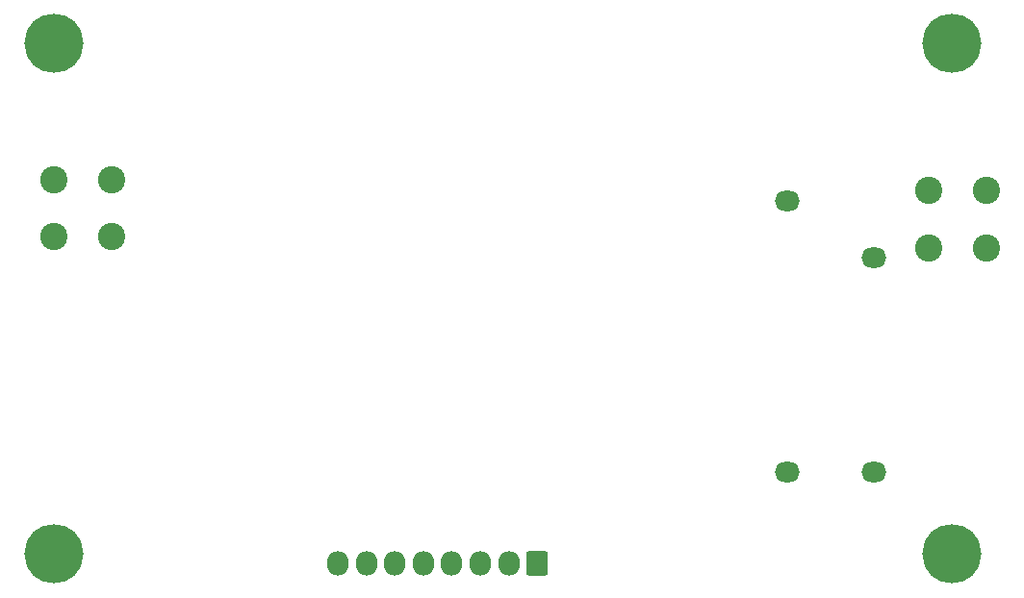
<source format=gbr>
%TF.GenerationSoftware,Altium Limited,Altium Designer,21.3.2 (30)*%
G04 Layer_Color=16711935*
%FSLAX45Y45*%
%MOMM*%
%TF.SameCoordinates,D9DFDB92-F573-4E1A-9105-0BCF1000EC4C*%
%TF.FilePolarity,Negative*%
%TF.FileFunction,Soldermask,Bot*%
%TF.Part,Single*%
G01*
G75*
%TA.AperFunction,ComponentPad*%
%ADD40C,2.40320*%
%ADD41O,2.20320X1.80320*%
G04:AMPARAMS|DCode=42|XSize=1.9032mm|YSize=2.1532mm|CornerRadius=0.9516mm|HoleSize=0mm|Usage=FLASHONLY|Rotation=180.000|XOffset=0mm|YOffset=0mm|HoleType=Round|Shape=RoundedRectangle|*
%AMROUNDEDRECTD42*
21,1,1.90320,0.25000,0,0,180.0*
21,1,0.00000,2.15320,0,0,180.0*
1,1,1.90320,0.00000,0.12500*
1,1,1.90320,0.00000,0.12500*
1,1,1.90320,0.00000,-0.12500*
1,1,1.90320,0.00000,-0.12500*
%
%ADD42ROUNDEDRECTD42*%
G04:AMPARAMS|DCode=43|XSize=1.9032mm|YSize=2.1532mm|CornerRadius=0.2291mm|HoleSize=0mm|Usage=FLASHONLY|Rotation=180.000|XOffset=0mm|YOffset=0mm|HoleType=Round|Shape=RoundedRectangle|*
%AMROUNDEDRECTD43*
21,1,1.90320,1.69500,0,0,180.0*
21,1,1.44500,2.15320,0,0,180.0*
1,1,0.45820,-0.72250,0.84750*
1,1,0.45820,0.72250,0.84750*
1,1,0.45820,0.72250,-0.84750*
1,1,0.45820,-0.72250,-0.84750*
%
%ADD43ROUNDEDRECTD43*%
%ADD44C,5.20320*%
D40*
X8292000Y3300000D02*
D03*
X8800000D02*
D03*
X8292000Y3800000D02*
D03*
X8800000D02*
D03*
X600000Y3400000D02*
D03*
X1108000D02*
D03*
X600000Y3900000D02*
D03*
X1108000D02*
D03*
D41*
X7050000Y1320000D02*
D03*
Y3709999D02*
D03*
X7812000Y3210000D02*
D03*
Y1320000D02*
D03*
D42*
X3100000Y520000D02*
D03*
X3350000D02*
D03*
X3600000D02*
D03*
X3850000D02*
D03*
X4100000D02*
D03*
X4350000D02*
D03*
X4600000D02*
D03*
D43*
X4850000D02*
D03*
D44*
X8500000Y600000D02*
D03*
X600000Y600000D02*
D03*
X8500000Y5100000D02*
D03*
X600000D02*
D03*
%TF.MD5,b22a848c1cd5703320caaf30d4219eec*%
M02*

</source>
